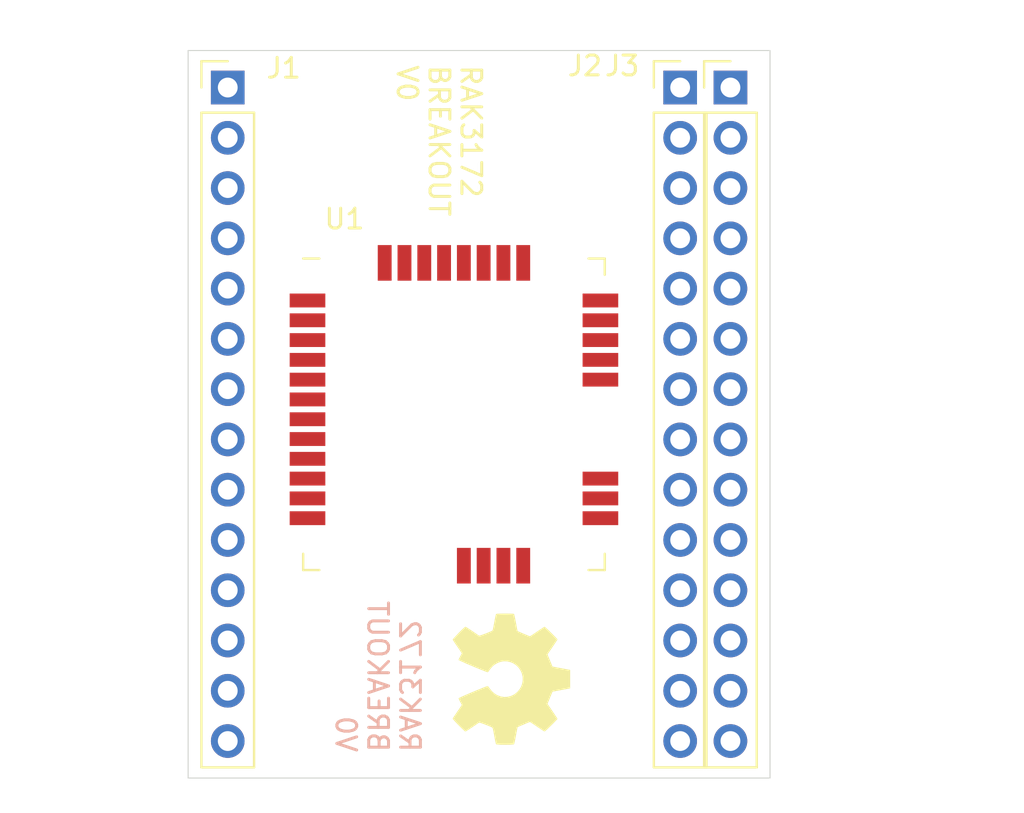
<source format=kicad_pcb>
(kicad_pcb (version 20171130) (host pcbnew 5.1.5+dfsg1-2build2)

  (general
    (thickness 1.6)
    (drawings 6)
    (tracks 0)
    (zones 0)
    (modules 5)
    (nets 29)
  )

  (page A4)
  (title_block
    (title RAK3172_BREAKBOARD)
  )

  (layers
    (0 F.Cu signal)
    (31 B.Cu signal)
    (32 B.Adhes user)
    (33 F.Adhes user)
    (34 B.Paste user)
    (35 F.Paste user)
    (36 B.SilkS user)
    (37 F.SilkS user)
    (38 B.Mask user)
    (39 F.Mask user)
    (40 Dwgs.User user)
    (41 Cmts.User user)
    (42 Eco1.User user)
    (43 Eco2.User user)
    (44 Edge.Cuts user)
    (45 Margin user)
    (46 B.CrtYd user)
    (47 F.CrtYd user)
    (48 B.Fab user)
    (49 F.Fab user)
  )

  (setup
    (last_trace_width 0.25)
    (trace_clearance 0.2)
    (zone_clearance 0.508)
    (zone_45_only no)
    (trace_min 0.2)
    (via_size 0.8)
    (via_drill 0.4)
    (via_min_size 0.4)
    (via_min_drill 0.3)
    (uvia_size 0.3)
    (uvia_drill 0.1)
    (uvias_allowed no)
    (uvia_min_size 0.2)
    (uvia_min_drill 0.1)
    (edge_width 0.05)
    (segment_width 0.2)
    (pcb_text_width 0.3)
    (pcb_text_size 1.5 1.5)
    (mod_edge_width 0.12)
    (mod_text_size 1 1)
    (mod_text_width 0.15)
    (pad_size 1.524 1.524)
    (pad_drill 0.762)
    (pad_to_mask_clearance 0.051)
    (solder_mask_min_width 0.25)
    (aux_axis_origin 0 0)
    (visible_elements FFFFFF7F)
    (pcbplotparams
      (layerselection 0x010f0_ffffffff)
      (usegerberextensions false)
      (usegerberattributes false)
      (usegerberadvancedattributes false)
      (creategerberjobfile false)
      (excludeedgelayer true)
      (linewidth 0.100000)
      (plotframeref false)
      (viasonmask false)
      (mode 1)
      (useauxorigin false)
      (hpglpennumber 1)
      (hpglpenspeed 20)
      (hpglpendiameter 15.000000)
      (psnegative false)
      (psa4output false)
      (plotreference true)
      (plotvalue true)
      (plotinvisibletext false)
      (padsonsilk false)
      (subtractmaskfromsilk false)
      (outputformat 1)
      (mirror false)
      (drillshape 0)
      (scaleselection 1)
      (outputdirectory "gerber/single/"))
  )

  (net 0 "")
  (net 1 /ICPIN02)
  (net 2 /ICPIN01)
  (net 3 /ICPIN22)
  (net 4 /ICPIN21)
  (net 5 /ICPIN20)
  (net 6 /ICPIN19)
  (net 7 /ICPIN16)
  (net 8 /ICPIN15)
  (net 9 /ICPIN13)
  (net 10 /ICPIN12)
  (net 11 /ICPIN11)
  (net 12 /ICPIN10)
  (net 13 /ICPIN09)
  (net 14 /ICPIN08)
  (net 15 /ICPIN07)
  (net 16 /ICPIN06)
  (net 17 /ICPIN05)
  (net 18 /ICPIN04)
  (net 19 /ICPIN03)
  (net 20 /ICPIN24)
  (net 21 /ICPIN25)
  (net 22 /ICPIN26)
  (net 23 /ICPIN27)
  (net 24 /ICPIN29)
  (net 25 /ICPIN30)
  (net 26 /ICPIN31)
  (net 27 /ICPIN32)
  (net 28 /ICPIN14)

  (net_class Default "This is the default net class."
    (clearance 0.2)
    (trace_width 0.25)
    (via_dia 0.8)
    (via_drill 0.4)
    (uvia_dia 0.3)
    (uvia_drill 0.1)
    (add_net /ICPIN01)
    (add_net /ICPIN02)
    (add_net /ICPIN03)
    (add_net /ICPIN04)
    (add_net /ICPIN05)
    (add_net /ICPIN06)
    (add_net /ICPIN07)
    (add_net /ICPIN08)
    (add_net /ICPIN09)
    (add_net /ICPIN10)
    (add_net /ICPIN11)
    (add_net /ICPIN12)
    (add_net /ICPIN13)
    (add_net /ICPIN14)
    (add_net /ICPIN15)
    (add_net /ICPIN16)
    (add_net /ICPIN19)
    (add_net /ICPIN20)
    (add_net /ICPIN21)
    (add_net /ICPIN22)
    (add_net /ICPIN24)
    (add_net /ICPIN25)
    (add_net /ICPIN26)
    (add_net /ICPIN27)
    (add_net /ICPIN29)
    (add_net /ICPIN30)
    (add_net /ICPIN31)
    (add_net /ICPIN32)
  )

  (module Connector_PinHeader_2.54mm:PinHeader_1x14_P2.54mm_Vertical (layer F.Cu) (tedit 59FED5CC) (tstamp 621F5E7E)
    (at 77.4 51.87)
    (descr "Through hole straight pin header, 1x14, 2.54mm pitch, single row")
    (tags "Through hole pin header THT 1x14 2.54mm single row")
    (path /621F6CCC)
    (fp_text reference J3 (at -5.47228 -1.0954) (layer F.SilkS)
      (effects (font (size 1 1) (thickness 0.15)))
    )
    (fp_text value Conn_01x14_Male (at 0 35.35) (layer F.Fab)
      (effects (font (size 1 1) (thickness 0.15)))
    )
    (fp_text user %R (at 0 16.51 90) (layer F.Fab)
      (effects (font (size 1 1) (thickness 0.15)))
    )
    (fp_line (start 1.8 -1.8) (end -1.8 -1.8) (layer F.CrtYd) (width 0.05))
    (fp_line (start 1.8 34.8) (end 1.8 -1.8) (layer F.CrtYd) (width 0.05))
    (fp_line (start -1.8 34.8) (end 1.8 34.8) (layer F.CrtYd) (width 0.05))
    (fp_line (start -1.8 -1.8) (end -1.8 34.8) (layer F.CrtYd) (width 0.05))
    (fp_line (start -1.33 -1.33) (end 0 -1.33) (layer F.SilkS) (width 0.12))
    (fp_line (start -1.33 0) (end -1.33 -1.33) (layer F.SilkS) (width 0.12))
    (fp_line (start -1.33 1.27) (end 1.33 1.27) (layer F.SilkS) (width 0.12))
    (fp_line (start 1.33 1.27) (end 1.33 34.35) (layer F.SilkS) (width 0.12))
    (fp_line (start -1.33 1.27) (end -1.33 34.35) (layer F.SilkS) (width 0.12))
    (fp_line (start -1.33 34.35) (end 1.33 34.35) (layer F.SilkS) (width 0.12))
    (fp_line (start -1.27 -0.635) (end -0.635 -1.27) (layer F.Fab) (width 0.1))
    (fp_line (start -1.27 34.29) (end -1.27 -0.635) (layer F.Fab) (width 0.1))
    (fp_line (start 1.27 34.29) (end -1.27 34.29) (layer F.Fab) (width 0.1))
    (fp_line (start 1.27 -1.27) (end 1.27 34.29) (layer F.Fab) (width 0.1))
    (fp_line (start -0.635 -1.27) (end 1.27 -1.27) (layer F.Fab) (width 0.1))
    (pad 14 thru_hole oval (at 0 33.02) (size 1.7 1.7) (drill 1) (layers *.Cu *.Mask)
      (net 28 /ICPIN14))
    (pad 13 thru_hole oval (at 0 30.48) (size 1.7 1.7) (drill 1) (layers *.Cu *.Mask)
      (net 9 /ICPIN13))
    (pad 12 thru_hole oval (at 0 27.94) (size 1.7 1.7) (drill 1) (layers *.Cu *.Mask)
      (net 10 /ICPIN12))
    (pad 11 thru_hole oval (at 0 25.4) (size 1.7 1.7) (drill 1) (layers *.Cu *.Mask)
      (net 11 /ICPIN11))
    (pad 10 thru_hole oval (at 0 22.86) (size 1.7 1.7) (drill 1) (layers *.Cu *.Mask)
      (net 12 /ICPIN10))
    (pad 9 thru_hole oval (at 0 20.32) (size 1.7 1.7) (drill 1) (layers *.Cu *.Mask)
      (net 13 /ICPIN09))
    (pad 8 thru_hole oval (at 0 17.78) (size 1.7 1.7) (drill 1) (layers *.Cu *.Mask)
      (net 14 /ICPIN08))
    (pad 7 thru_hole oval (at 0 15.24) (size 1.7 1.7) (drill 1) (layers *.Cu *.Mask)
      (net 15 /ICPIN07))
    (pad 6 thru_hole oval (at 0 12.7) (size 1.7 1.7) (drill 1) (layers *.Cu *.Mask)
      (net 16 /ICPIN06))
    (pad 5 thru_hole oval (at 0 10.16) (size 1.7 1.7) (drill 1) (layers *.Cu *.Mask)
      (net 17 /ICPIN05))
    (pad 4 thru_hole oval (at 0 7.62) (size 1.7 1.7) (drill 1) (layers *.Cu *.Mask)
      (net 18 /ICPIN04))
    (pad 3 thru_hole oval (at 0 5.08) (size 1.7 1.7) (drill 1) (layers *.Cu *.Mask)
      (net 19 /ICPIN03))
    (pad 2 thru_hole oval (at 0 2.54) (size 1.7 1.7) (drill 1) (layers *.Cu *.Mask)
      (net 1 /ICPIN02))
    (pad 1 thru_hole rect (at 0 0) (size 1.7 1.7) (drill 1) (layers *.Cu *.Mask)
      (net 2 /ICPIN01))
    (model ${KISYS3DMOD}/Connector_PinHeader_2.54mm.3dshapes/PinHeader_1x14_P2.54mm_Vertical.wrl
      (at (xyz 0 0 0))
      (scale (xyz 1 1 1))
      (rotate (xyz 0 0 0))
    )
  )

  (module Connector_PinHeader_2.54mm:PinHeader_1x14_P2.54mm_Vertical (layer F.Cu) (tedit 59FED5CC) (tstamp 621F5440)
    (at 74.86 51.87)
    (descr "Through hole straight pin header, 1x14, 2.54mm pitch, single row")
    (tags "Through hole pin header THT 1x14 2.54mm single row")
    (path /621FB759)
    (fp_text reference J2 (at -4.81188 -1.0954) (layer F.SilkS)
      (effects (font (size 1 1) (thickness 0.15)))
    )
    (fp_text value Conn_01x14_Male (at 0 35.35) (layer F.Fab)
      (effects (font (size 1 1) (thickness 0.15)))
    )
    (fp_text user %R (at 0 16.51 90) (layer F.Fab)
      (effects (font (size 1 1) (thickness 0.15)))
    )
    (fp_line (start 1.8 -1.8) (end -1.8 -1.8) (layer F.CrtYd) (width 0.05))
    (fp_line (start 1.8 34.8) (end 1.8 -1.8) (layer F.CrtYd) (width 0.05))
    (fp_line (start -1.8 34.8) (end 1.8 34.8) (layer F.CrtYd) (width 0.05))
    (fp_line (start -1.8 -1.8) (end -1.8 34.8) (layer F.CrtYd) (width 0.05))
    (fp_line (start -1.33 -1.33) (end 0 -1.33) (layer F.SilkS) (width 0.12))
    (fp_line (start -1.33 0) (end -1.33 -1.33) (layer F.SilkS) (width 0.12))
    (fp_line (start -1.33 1.27) (end 1.33 1.27) (layer F.SilkS) (width 0.12))
    (fp_line (start 1.33 1.27) (end 1.33 34.35) (layer F.SilkS) (width 0.12))
    (fp_line (start -1.33 1.27) (end -1.33 34.35) (layer F.SilkS) (width 0.12))
    (fp_line (start -1.33 34.35) (end 1.33 34.35) (layer F.SilkS) (width 0.12))
    (fp_line (start -1.27 -0.635) (end -0.635 -1.27) (layer F.Fab) (width 0.1))
    (fp_line (start -1.27 34.29) (end -1.27 -0.635) (layer F.Fab) (width 0.1))
    (fp_line (start 1.27 34.29) (end -1.27 34.29) (layer F.Fab) (width 0.1))
    (fp_line (start 1.27 -1.27) (end 1.27 34.29) (layer F.Fab) (width 0.1))
    (fp_line (start -0.635 -1.27) (end 1.27 -1.27) (layer F.Fab) (width 0.1))
    (pad 14 thru_hole oval (at 0 33.02) (size 1.7 1.7) (drill 1) (layers *.Cu *.Mask)
      (net 8 /ICPIN15))
    (pad 13 thru_hole oval (at 0 30.48) (size 1.7 1.7) (drill 1) (layers *.Cu *.Mask)
      (net 7 /ICPIN16))
    (pad 12 thru_hole oval (at 0 27.94) (size 1.7 1.7) (drill 1) (layers *.Cu *.Mask)
      (net 6 /ICPIN19))
    (pad 11 thru_hole oval (at 0 25.4) (size 1.7 1.7) (drill 1) (layers *.Cu *.Mask)
      (net 5 /ICPIN20))
    (pad 10 thru_hole oval (at 0 22.86) (size 1.7 1.7) (drill 1) (layers *.Cu *.Mask)
      (net 4 /ICPIN21))
    (pad 9 thru_hole oval (at 0 20.32) (size 1.7 1.7) (drill 1) (layers *.Cu *.Mask)
      (net 3 /ICPIN22))
    (pad 8 thru_hole oval (at 0 17.78) (size 1.7 1.7) (drill 1) (layers *.Cu *.Mask)
      (net 20 /ICPIN24))
    (pad 7 thru_hole oval (at 0 15.24) (size 1.7 1.7) (drill 1) (layers *.Cu *.Mask)
      (net 21 /ICPIN25))
    (pad 6 thru_hole oval (at 0 12.7) (size 1.7 1.7) (drill 1) (layers *.Cu *.Mask)
      (net 22 /ICPIN26))
    (pad 5 thru_hole oval (at 0 10.16) (size 1.7 1.7) (drill 1) (layers *.Cu *.Mask)
      (net 23 /ICPIN27))
    (pad 4 thru_hole oval (at 0 7.62) (size 1.7 1.7) (drill 1) (layers *.Cu *.Mask)
      (net 24 /ICPIN29))
    (pad 3 thru_hole oval (at 0 5.08) (size 1.7 1.7) (drill 1) (layers *.Cu *.Mask)
      (net 25 /ICPIN30))
    (pad 2 thru_hole oval (at 0 2.54) (size 1.7 1.7) (drill 1) (layers *.Cu *.Mask)
      (net 26 /ICPIN31))
    (pad 1 thru_hole rect (at 0 0) (size 1.7 1.7) (drill 1) (layers *.Cu *.Mask)
      (net 27 /ICPIN32))
    (model ${KISYS3DMOD}/Connector_PinHeader_2.54mm.3dshapes/PinHeader_1x14_P2.54mm_Vertical.wrl
      (at (xyz 0 0 0))
      (scale (xyz 1 1 1))
      (rotate (xyz 0 0 0))
    )
  )

  (module Connector_PinHeader_2.54mm:PinHeader_1x14_P2.54mm_Vertical (layer F.Cu) (tedit 59FED5CC) (tstamp 621F541E)
    (at 52 51.87)
    (descr "Through hole straight pin header, 1x14, 2.54mm pitch, single row")
    (tags "Through hole pin header THT 1x14 2.54mm single row")
    (path /621F2722)
    (fp_text reference J1 (at 2.82844 -0.97856) (layer F.SilkS)
      (effects (font (size 1 1) (thickness 0.15)))
    )
    (fp_text value Conn_01x14_Male (at 0 35.35) (layer F.Fab)
      (effects (font (size 1 1) (thickness 0.15)))
    )
    (fp_text user %R (at 0 16.51 90) (layer F.Fab)
      (effects (font (size 1 1) (thickness 0.15)))
    )
    (fp_line (start 1.8 -1.8) (end -1.8 -1.8) (layer F.CrtYd) (width 0.05))
    (fp_line (start 1.8 34.8) (end 1.8 -1.8) (layer F.CrtYd) (width 0.05))
    (fp_line (start -1.8 34.8) (end 1.8 34.8) (layer F.CrtYd) (width 0.05))
    (fp_line (start -1.8 -1.8) (end -1.8 34.8) (layer F.CrtYd) (width 0.05))
    (fp_line (start -1.33 -1.33) (end 0 -1.33) (layer F.SilkS) (width 0.12))
    (fp_line (start -1.33 0) (end -1.33 -1.33) (layer F.SilkS) (width 0.12))
    (fp_line (start -1.33 1.27) (end 1.33 1.27) (layer F.SilkS) (width 0.12))
    (fp_line (start 1.33 1.27) (end 1.33 34.35) (layer F.SilkS) (width 0.12))
    (fp_line (start -1.33 1.27) (end -1.33 34.35) (layer F.SilkS) (width 0.12))
    (fp_line (start -1.33 34.35) (end 1.33 34.35) (layer F.SilkS) (width 0.12))
    (fp_line (start -1.27 -0.635) (end -0.635 -1.27) (layer F.Fab) (width 0.1))
    (fp_line (start -1.27 34.29) (end -1.27 -0.635) (layer F.Fab) (width 0.1))
    (fp_line (start 1.27 34.29) (end -1.27 34.29) (layer F.Fab) (width 0.1))
    (fp_line (start 1.27 -1.27) (end 1.27 34.29) (layer F.Fab) (width 0.1))
    (fp_line (start -0.635 -1.27) (end 1.27 -1.27) (layer F.Fab) (width 0.1))
    (pad 14 thru_hole oval (at 0 33.02) (size 1.7 1.7) (drill 1) (layers *.Cu *.Mask)
      (net 28 /ICPIN14))
    (pad 13 thru_hole oval (at 0 30.48) (size 1.7 1.7) (drill 1) (layers *.Cu *.Mask)
      (net 9 /ICPIN13))
    (pad 12 thru_hole oval (at 0 27.94) (size 1.7 1.7) (drill 1) (layers *.Cu *.Mask)
      (net 10 /ICPIN12))
    (pad 11 thru_hole oval (at 0 25.4) (size 1.7 1.7) (drill 1) (layers *.Cu *.Mask)
      (net 11 /ICPIN11))
    (pad 10 thru_hole oval (at 0 22.86) (size 1.7 1.7) (drill 1) (layers *.Cu *.Mask)
      (net 12 /ICPIN10))
    (pad 9 thru_hole oval (at 0 20.32) (size 1.7 1.7) (drill 1) (layers *.Cu *.Mask)
      (net 13 /ICPIN09))
    (pad 8 thru_hole oval (at 0 17.78) (size 1.7 1.7) (drill 1) (layers *.Cu *.Mask)
      (net 14 /ICPIN08))
    (pad 7 thru_hole oval (at 0 15.24) (size 1.7 1.7) (drill 1) (layers *.Cu *.Mask)
      (net 15 /ICPIN07))
    (pad 6 thru_hole oval (at 0 12.7) (size 1.7 1.7) (drill 1) (layers *.Cu *.Mask)
      (net 16 /ICPIN06))
    (pad 5 thru_hole oval (at 0 10.16) (size 1.7 1.7) (drill 1) (layers *.Cu *.Mask)
      (net 17 /ICPIN05))
    (pad 4 thru_hole oval (at 0 7.62) (size 1.7 1.7) (drill 1) (layers *.Cu *.Mask)
      (net 18 /ICPIN04))
    (pad 3 thru_hole oval (at 0 5.08) (size 1.7 1.7) (drill 1) (layers *.Cu *.Mask)
      (net 19 /ICPIN03))
    (pad 2 thru_hole oval (at 0 2.54) (size 1.7 1.7) (drill 1) (layers *.Cu *.Mask)
      (net 1 /ICPIN02))
    (pad 1 thru_hole rect (at 0 0) (size 1.7 1.7) (drill 1) (layers *.Cu *.Mask)
      (net 2 /ICPIN01))
    (model ${KISYS3DMOD}/Connector_PinHeader_2.54mm.3dshapes/PinHeader_1x14_P2.54mm_Vertical.wrl
      (at (xyz 0 0 0))
      (scale (xyz 1 1 1))
      (rotate (xyz 0 0 0))
    )
  )

  (module RAKWIRELESS:RAK3712 (layer F.Cu) (tedit 621EFB45) (tstamp 621F522C)
    (at 63.43 68.38)
    (descr "RAK3712 LPWAN Module https://site-file.fomillesite.com/1260815565112336386/1427562149389201410.pdf")
    (tags "LoRa LoRaWAN RAK3712")
    (path /621FE0F5)
    (attr smd)
    (fp_text reference U1 (at -5.53324 -9.86856) (layer F.SilkS)
      (effects (font (size 1 1) (thickness 0.15)))
    )
    (fp_text value RAK3712 (at 0 10.16) (layer F.Fab)
      (effects (font (size 1 1) (thickness 0.15)))
    )
    (fp_line (start 8.55 8.8) (end -8.55 8.8) (layer F.CrtYd) (width 0.05))
    (fp_line (start 8.55 -8.8) (end -8.55 -8.8) (layer F.CrtYd) (width 0.05))
    (fp_line (start -8.55 -8.8) (end -8.55 8.8) (layer F.CrtYd) (width 0.05))
    (fp_line (start 8.55 -8.8) (end 8.55 8.8) (layer F.CrtYd) (width 0.05))
    (fp_line (start -7.62 -7.87) (end -6.8 -7.87) (layer F.SilkS) (width 0.12))
    (fp_line (start 7.62 -7.05) (end 7.62 -7.87) (layer F.SilkS) (width 0.12))
    (fp_line (start 7.62 -7.87) (end 6.8 -7.87) (layer F.SilkS) (width 0.12))
    (fp_line (start -7.62 7.05) (end -7.62 7.87) (layer F.SilkS) (width 0.12))
    (fp_line (start -6.8 7.87) (end -7.62 7.87) (layer F.SilkS) (width 0.12))
    (fp_line (start 7.62 7.05) (end 7.62 7.87) (layer F.SilkS) (width 0.12))
    (fp_line (start 6.8 7.87) (end 7.62 7.87) (layer F.SilkS) (width 0.12))
    (fp_line (start -6.8 -7.75) (end 7.5 -7.75) (layer F.Fab) (width 0.1))
    (fp_line (start -7.5 7.75) (end 7.5 7.75) (layer F.Fab) (width 0.1))
    (fp_line (start 7.5 -7.75) (end 7.5 7.75) (layer F.Fab) (width 0.1))
    (fp_line (start -7.5 -7.05) (end -7.5 7.75) (layer F.Fab) (width 0.1))
    (fp_line (start -7.5 -7.05) (end -6.8 -7.75) (layer F.Fab) (width 0.1))
    (fp_text user %R (at 0 0) (layer F.Fab)
      (effects (font (size 1 1) (thickness 0.15)))
    )
    (pad 25 smd rect (at 3.5 -7.65 270) (size 1.8 0.7) (layers F.Cu F.Paste F.Mask)
      (net 21 /ICPIN25))
    (pad 26 smd rect (at 2.5 -7.65 270) (size 1.8 0.7) (layers F.Cu F.Paste F.Mask)
      (net 22 /ICPIN26))
    (pad 27 smd rect (at 1.5 -7.65 270) (size 1.8 0.7) (layers F.Cu F.Paste F.Mask)
      (net 23 /ICPIN27))
    (pad 28 smd rect (at 0.5 -7.65 270) (size 1.8 0.7) (layers F.Cu F.Paste F.Mask)
      (net 11 /ICPIN11))
    (pad 29 smd rect (at -0.5 -7.65 270) (size 1.8 0.7) (layers F.Cu F.Paste F.Mask)
      (net 24 /ICPIN29))
    (pad 30 smd rect (at -1.5 -7.65 270) (size 1.8 0.7) (layers F.Cu F.Paste F.Mask)
      (net 25 /ICPIN30))
    (pad 31 smd rect (at -2.5 -7.65 270) (size 1.8 0.7) (layers F.Cu F.Paste F.Mask)
      (net 26 /ICPIN31))
    (pad 32 smd rect (at -3.5 -7.65 270) (size 1.8 0.7) (layers F.Cu F.Paste F.Mask)
      (net 27 /ICPIN32))
    (pad 24 smd rect (at 7.4 -5.75) (size 1.8 0.7) (layers F.Cu F.Paste F.Mask)
      (net 20 /ICPIN24))
    (pad 23 smd rect (at 7.4 -4.75) (size 1.8 0.7) (layers F.Cu F.Paste F.Mask)
      (net 11 /ICPIN11))
    (pad 22 smd rect (at 7.4 -3.75) (size 1.8 0.7) (layers F.Cu F.Paste F.Mask)
      (net 3 /ICPIN22))
    (pad 21 smd rect (at 7.4 -2.75) (size 1.8 0.7) (layers F.Cu F.Paste F.Mask)
      (net 4 /ICPIN21))
    (pad 20 smd rect (at 7.4 -1.75) (size 1.8 0.7) (layers F.Cu F.Paste F.Mask)
      (net 5 /ICPIN20))
    (pad 19 smd rect (at 7.4 3.25) (size 1.8 0.7) (layers F.Cu F.Paste F.Mask)
      (net 6 /ICPIN19))
    (pad 18 smd rect (at 7.4 4.25) (size 1.8 0.7) (layers F.Cu F.Paste F.Mask)
      (net 11 /ICPIN11))
    (pad 17 smd rect (at 7.4 5.25) (size 1.8 0.7) (layers F.Cu F.Paste F.Mask)
      (net 11 /ICPIN11))
    (pad 12 smd rect (at -7.4 5.25) (size 1.8 0.7) (layers F.Cu F.Paste F.Mask)
      (net 10 /ICPIN12))
    (pad 11 smd rect (at -7.4 4.25) (size 1.8 0.7) (layers F.Cu F.Paste F.Mask)
      (net 11 /ICPIN11))
    (pad 10 smd rect (at -7.4 3.25) (size 1.8 0.7) (layers F.Cu F.Paste F.Mask)
      (net 12 /ICPIN10))
    (pad 9 smd rect (at -7.4 2.25) (size 1.8 0.7) (layers F.Cu F.Paste F.Mask)
      (net 13 /ICPIN09))
    (pad 3 smd rect (at -7.4 -3.75) (size 1.8 0.7) (layers F.Cu F.Paste F.Mask)
      (net 19 /ICPIN03))
    (pad 4 smd rect (at -7.4 -2.75) (size 1.8 0.7) (layers F.Cu F.Paste F.Mask)
      (net 18 /ICPIN04))
    (pad 5 smd rect (at -7.4 -1.75) (size 1.8 0.7) (layers F.Cu F.Paste F.Mask)
      (net 17 /ICPIN05))
    (pad 6 smd rect (at -7.4 -0.75) (size 1.8 0.7) (layers F.Cu F.Paste F.Mask)
      (net 16 /ICPIN06))
    (pad 16 smd rect (at 3.5 7.65 90) (size 1.8 0.7) (layers F.Cu F.Paste F.Mask)
      (net 7 /ICPIN16))
    (pad 2 smd rect (at -7.4 -4.75) (size 1.8 0.7) (layers F.Cu F.Paste F.Mask)
      (net 1 /ICPIN02))
    (pad 1 smd rect (at -7.4 -5.75) (size 1.8 0.7) (layers F.Cu F.Paste F.Mask)
      (net 2 /ICPIN01))
    (pad 15 smd rect (at 2.5 7.65 90) (size 1.8 0.7) (layers F.Cu F.Paste F.Mask)
      (net 8 /ICPIN15))
    (pad 14 smd rect (at 1.5 7.65 90) (size 1.8 0.7) (layers F.Cu F.Paste F.Mask)
      (net 28 /ICPIN14))
    (pad 13 smd rect (at 0.5 7.65 270) (size 1.8 0.7) (layers F.Cu F.Paste F.Mask)
      (net 9 /ICPIN13))
    (pad 8 smd rect (at -7.4 1.25) (size 1.8 0.7) (layers F.Cu F.Paste F.Mask)
      (net 14 /ICPIN08))
    (pad 7 smd rect (at -7.4 0.25) (size 1.8 0.7) (layers F.Cu F.Paste F.Mask)
      (net 15 /ICPIN07))
    (model ${KISYS3DMOD}/RF_Module.3dshapes/RAK3712.wrl
      (at (xyz 0 0 0))
      (scale (xyz 1 1 1))
      (rotate (xyz 0 0 0))
    )
  )

  (module Symbol:OSHW-Symbol_6.7x6mm_SilkScreen (layer F.Cu) (tedit 0) (tstamp 61FB43E1)
    (at 66.3194 81.75244 270)
    (descr "Open Source Hardware Symbol")
    (tags "Logo Symbol OSHW")
    (attr virtual)
    (fp_text reference REF** (at 0 0 90) (layer F.SilkS) hide
      (effects (font (size 1 1) (thickness 0.15)))
    )
    (fp_text value OSHW-Symbol_6.7x6mm_SilkScreen (at 0.75 0 90) (layer F.Fab) hide
      (effects (font (size 1 1) (thickness 0.15)))
    )
    (fp_poly (pts (xy 0.555814 -2.531069) (xy 0.639635 -2.086445) (xy 0.94892 -1.958947) (xy 1.258206 -1.831449)
      (xy 1.629246 -2.083754) (xy 1.733157 -2.154004) (xy 1.827087 -2.216728) (xy 1.906652 -2.269062)
      (xy 1.96747 -2.308143) (xy 2.005157 -2.331107) (xy 2.015421 -2.336058) (xy 2.03391 -2.323324)
      (xy 2.07342 -2.288118) (xy 2.129522 -2.234938) (xy 2.197787 -2.168282) (xy 2.273786 -2.092646)
      (xy 2.353092 -2.012528) (xy 2.431275 -1.932426) (xy 2.503907 -1.856836) (xy 2.566559 -1.790255)
      (xy 2.614803 -1.737182) (xy 2.64421 -1.702113) (xy 2.651241 -1.690377) (xy 2.641123 -1.66874)
      (xy 2.612759 -1.621338) (xy 2.569129 -1.552807) (xy 2.513218 -1.467785) (xy 2.448006 -1.370907)
      (xy 2.410219 -1.31565) (xy 2.341343 -1.214752) (xy 2.28014 -1.123701) (xy 2.229578 -1.04703)
      (xy 2.192628 -0.989272) (xy 2.172258 -0.954957) (xy 2.169197 -0.947746) (xy 2.176136 -0.927252)
      (xy 2.195051 -0.879487) (xy 2.223087 -0.811168) (xy 2.257391 -0.729011) (xy 2.295109 -0.63973)
      (xy 2.333387 -0.550042) (xy 2.36937 -0.466662) (xy 2.400206 -0.396306) (xy 2.423039 -0.34569)
      (xy 2.435017 -0.321529) (xy 2.435724 -0.320578) (xy 2.454531 -0.315964) (xy 2.504618 -0.305672)
      (xy 2.580793 -0.290713) (xy 2.677865 -0.272099) (xy 2.790643 -0.250841) (xy 2.856442 -0.238582)
      (xy 2.97695 -0.215638) (xy 3.085797 -0.193805) (xy 3.177476 -0.174278) (xy 3.246481 -0.158252)
      (xy 3.287304 -0.146921) (xy 3.295511 -0.143326) (xy 3.303548 -0.118994) (xy 3.310033 -0.064041)
      (xy 3.31497 0.015108) (xy 3.318364 0.112026) (xy 3.320218 0.220287) (xy 3.320538 0.333465)
      (xy 3.319327 0.445135) (xy 3.31659 0.548868) (xy 3.312331 0.638241) (xy 3.306555 0.706826)
      (xy 3.299267 0.748197) (xy 3.294895 0.75681) (xy 3.268764 0.767133) (xy 3.213393 0.781892)
      (xy 3.136107 0.799352) (xy 3.04423 0.81778) (xy 3.012158 0.823741) (xy 2.857524 0.852066)
      (xy 2.735375 0.874876) (xy 2.641673 0.89308) (xy 2.572384 0.907583) (xy 2.523471 0.919292)
      (xy 2.490897 0.929115) (xy 2.470628 0.937956) (xy 2.458626 0.946724) (xy 2.456947 0.948457)
      (xy 2.440184 0.976371) (xy 2.414614 1.030695) (xy 2.382788 1.104777) (xy 2.34726 1.191965)
      (xy 2.310583 1.285608) (xy 2.275311 1.379052) (xy 2.243996 1.465647) (xy 2.219193 1.53874)
      (xy 2.203454 1.591678) (xy 2.199332 1.617811) (xy 2.199676 1.618726) (xy 2.213641 1.640086)
      (xy 2.245322 1.687084) (xy 2.291391 1.754827) (xy 2.348518 1.838423) (xy 2.413373 1.932982)
      (xy 2.431843 1.959854) (xy 2.497699 2.057275) (xy 2.55565 2.146163) (xy 2.602538 2.221412)
      (xy 2.635207 2.27792) (xy 2.6505 2.310581) (xy 2.651241 2.314593) (xy 2.638392 2.335684)
      (xy 2.602888 2.377464) (xy 2.549293 2.435445) (xy 2.482171 2.505135) (xy 2.406087 2.582045)
      (xy 2.325604 2.661683) (xy 2.245287 2.739561) (xy 2.169699 2.811186) (xy 2.103405 2.87207)
      (xy 2.050969 2.917721) (xy 2.016955 2.94365) (xy 2.007545 2.947883) (xy 1.985643 2.937912)
      (xy 1.9408 2.91102) (xy 1.880321 2.871736) (xy 1.833789 2.840117) (xy 1.749475 2.782098)
      (xy 1.649626 2.713784) (xy 1.549473 2.645579) (xy 1.495627 2.609075) (xy 1.313371 2.4858)
      (xy 1.160381 2.56852) (xy 1.090682 2.604759) (xy 1.031414 2.632926) (xy 0.991311 2.648991)
      (xy 0.981103 2.651226) (xy 0.968829 2.634722) (xy 0.944613 2.588082) (xy 0.910263 2.515609)
      (xy 0.867588 2.421606) (xy 0.818394 2.310374) (xy 0.76449 2.186215) (xy 0.707684 2.053432)
      (xy 0.649782 1.916327) (xy 0.592593 1.779202) (xy 0.537924 1.646358) (xy 0.487584 1.522098)
      (xy 0.44338 1.410725) (xy 0.407119 1.316539) (xy 0.380609 1.243844) (xy 0.365658 1.196941)
      (xy 0.363254 1.180833) (xy 0.382311 1.160286) (xy 0.424036 1.126933) (xy 0.479706 1.087702)
      (xy 0.484378 1.084599) (xy 0.628264 0.969423) (xy 0.744283 0.835053) (xy 0.83143 0.685784)
      (xy 0.888699 0.525913) (xy 0.915086 0.359737) (xy 0.909585 0.191552) (xy 0.87119 0.025655)
      (xy 0.798895 -0.133658) (xy 0.777626 -0.168513) (xy 0.666996 -0.309263) (xy 0.536302 -0.422286)
      (xy 0.390064 -0.506997) (xy 0.232808 -0.562806) (xy 0.069057 -0.589126) (xy -0.096667 -0.58537)
      (xy -0.259838 -0.55095) (xy -0.415935 -0.485277) (xy -0.560433 -0.387765) (xy -0.605131 -0.348187)
      (xy -0.718888 -0.224297) (xy -0.801782 -0.093876) (xy -0.858644 0.052315) (xy -0.890313 0.197088)
      (xy -0.898131 0.35986) (xy -0.872062 0.52344) (xy -0.814755 0.682298) (xy -0.728856 0.830906)
      (xy -0.617014 0.963735) (xy -0.481877 1.075256) (xy -0.464117 1.087011) (xy -0.40785 1.125508)
      (xy -0.365077 1.158863) (xy -0.344628 1.18016) (xy -0.344331 1.180833) (xy -0.348721 1.203871)
      (xy -0.366124 1.256157) (xy -0.394732 1.33339) (xy -0.432735 1.431268) (xy -0.478326 1.545491)
      (xy -0.529697 1.671758) (xy -0.585038 1.805767) (xy -0.642542 1.943218) (xy -0.700399 2.079808)
      (xy -0.756802 2.211237) (xy -0.809942 2.333205) (xy -0.85801 2.441409) (xy -0.899199 2.531549)
      (xy -0.931699 2.599323) (xy -0.953703 2.64043) (xy -0.962564 2.651226) (xy -0.98964 2.642819)
      (xy -1.040303 2.620272) (xy -1.105817 2.587613) (xy -1.141841 2.56852) (xy -1.294832 2.4858)
      (xy -1.477088 2.609075) (xy -1.570125 2.672228) (xy -1.671985 2.741727) (xy -1.767438 2.807165)
      (xy -1.81525 2.840117) (xy -1.882495 2.885273) (xy -1.939436 2.921057) (xy -1.978646 2.942938)
      (xy -1.991381 2.947563) (xy -2.009917 2.935085) (xy -2.050941 2.900252) (xy -2.110475 2.846678)
      (xy -2.184542 2.777983) (xy -2.269165 2.697781) (xy -2.322685 2.646286) (xy -2.416319 2.554286)
      (xy -2.497241 2.471999) (xy -2.562177 2.402945) (xy -2.607858 2.350644) (xy -2.631011 2.318616)
      (xy -2.633232 2.312116) (xy -2.622924 2.287394) (xy -2.594439 2.237405) (xy -2.550937 2.167212)
      (xy -2.495577 2.081875) (xy -2.43152 1.986456) (xy -2.413303 1.959854) (xy -2.346927 1.863167)
      (xy -2.287378 1.776117) (xy -2.237984 1.703595) (xy -2.202075 1.650493) (xy -2.182981 1.621703)
      (xy -2.181136 1.618726) (xy -2.183895 1.595782) (xy -2.198538 1.545336) (xy -2.222513 1.474041)
      (xy -2.253266 1.388547) (xy -2.288244 1.295507) (xy -2.324893 1.201574) (xy -2.360661 1.113399)
      (xy -2.392994 1.037634) (xy -2.419338 0.980931) (xy -2.437142 0.949943) (xy -2.438407 0.948457)
      (xy -2.449294 0.939601) (xy -2.467682 0.930843) (xy -2.497606 0.921277) (xy -2.543103 0.909996)
      (xy -2.608209 0.896093) (xy -2.696961 0.878663) (xy -2.813393 0.856798) (xy -2.961542 0.829591)
      (xy -2.993618 0.823741) (xy -3.088686 0.805374) (xy -3.171565 0.787405) (xy -3.23493 0.771569)
      (xy -3.271458 0.7596) (xy -3.276356 0.75681) (xy -3.284427 0.732072) (xy -3.290987 0.67679)
      (xy -3.296033 0.597389) (xy -3.299559 0.500296) (xy -3.301561 0.391938) (xy -3.302036 0.27874)
      (xy -3.300977 0.167128) (xy -3.298382 0.063529) (xy -3.294246 -0.025632) (xy -3.288563 -0.093928)
      (xy -3.281331 -0.134934) (xy -3.276971 -0.143326) (xy -3.252698 -0.151792) (xy -3.197426 -0.165565)
      (xy -3.116662 -0.18345) (xy -3.015912 -0.204252) (xy -2.900683 -0.226777) (xy -2.837902 -0.238582)
      (xy -2.718787 -0.260849) (xy -2.612565 -0.281021) (xy -2.524427 -0.298085) (xy -2.459566 -0.311031)
      (xy -2.423174 -0.318845) (xy -2.417184 -0.320578) (xy -2.407061 -0.34011) (xy -2.385662 -0.387157)
      (xy -2.355839 -0.454997) (xy -2.320445 -0.536909) (xy -2.282332 -0.626172) (xy -2.244353 -0.716065)
      (xy -2.20936 -0.799865) (xy -2.180206 -0.870853) (xy -2.159743 -0.922306) (xy -2.150823 -0.947503)
      (xy -2.150657 -0.948604) (xy -2.160769 -0.968481) (xy -2.189117 -1.014223) (xy -2.232723 -1.081283)
      (xy -2.288606 -1.165116) (xy -2.353787 -1.261174) (xy -2.391679 -1.31635) (xy -2.460725 -1.417519)
      (xy -2.52205 -1.50937) (xy -2.572663 -1.587256) (xy -2.609571 -1.646531) (xy -2.629782 -1.682549)
      (xy -2.632701 -1.690623) (xy -2.620153 -1.709416) (xy -2.585463 -1.749543) (xy -2.533063 -1.806507)
      (xy -2.467384 -1.875815) (xy -2.392856 -1.952969) (xy -2.313913 -2.033475) (xy -2.234983 -2.112837)
      (xy -2.1605 -2.18656) (xy -2.094894 -2.250148) (xy -2.042596 -2.299106) (xy -2.008039 -2.328939)
      (xy -1.996478 -2.336058) (xy -1.977654 -2.326047) (xy -1.932631 -2.297922) (xy -1.865787 -2.254546)
      (xy -1.781499 -2.198782) (xy -1.684144 -2.133494) (xy -1.610707 -2.083754) (xy -1.239667 -1.831449)
      (xy -0.621095 -2.086445) (xy -0.537275 -2.531069) (xy -0.453454 -2.975693) (xy 0.471994 -2.975693)
      (xy 0.555814 -2.531069)) (layer F.SilkS) (width 0.01))
  )

  (gr_text "RAK3172 \nBREAKOUT \nV0" (at 59.57824 85.53704 -90) (layer B.SilkS) (tstamp 61FB46FC)
    (effects (font (size 1 1) (thickness 0.15)) (justify left mirror))
  )
  (gr_text "RAK3172\nBREAKOUT \nV0" (at 62.67704 50.65268 -90) (layer F.SilkS)
    (effects (font (size 1 1) (thickness 0.15)) (justify left))
  )
  (gr_line (start 50 86.76) (end 79.4 86.76) (layer Edge.Cuts) (width 0.05))
  (gr_line (start 50 50) (end 79.4 50) (layer Edge.Cuts) (width 0.05))
  (gr_line (start 79.4 50) (end 79.4 86.76) (layer Edge.Cuts) (width 0.05))
  (gr_line (start 50 50) (end 50 86.76) (layer Edge.Cuts) (width 0.05))

  (zone (net 0) (net_name "") (layer F.Cu) (tstamp 0) (hatch edge 0.508)
    (connect_pads (clearance 0.508))
    (min_thickness 0.254)
    (keepout (tracks not_allowed) (vias not_allowed) (copperpour allowed))
    (fill (arc_segments 32) (thermal_gap 0.508) (thermal_bridge_width 0.508))
    (polygon
      (pts
        (xy 71.82104 77.02804) (xy 55.02656 76.9874) (xy 55.0672 59.85256) (xy 71.96328 59.65952)
      )
    )
  )
  (zone (net 0) (net_name "") (layer F.Cu) (tstamp 0) (hatch edge 0.508)
    (connect_pads (clearance 0.508))
    (min_thickness 0.254)
    (keepout (tracks not_allowed) (vias not_allowed) (copperpour allowed))
    (fill (arc_segments 32) (thermal_gap 0.508) (thermal_bridge_width 0.508))
    (polygon
      (pts
        (xy 91.80068 49.45888) (xy 92.24264 87.20836) (xy 78.54696 88.53424) (xy 78.32852 49.53)
      )
    )
  )
  (zone (net 0) (net_name "") (layer F.Cu) (tstamp 0) (hatch edge 0.508)
    (connect_pads (clearance 0.508))
    (min_thickness 0.254)
    (keepout (tracks not_allowed) (vias not_allowed) (copperpour allowed))
    (fill (arc_segments 32) (thermal_gap 0.508) (thermal_bridge_width 0.508))
    (polygon
      (pts
        (xy 50.8762 48.1584) (xy 50.87112 87.69096) (xy 40.49268 88.02116) (xy 40.9575 47.4472)
      )
    )
  )
)

</source>
